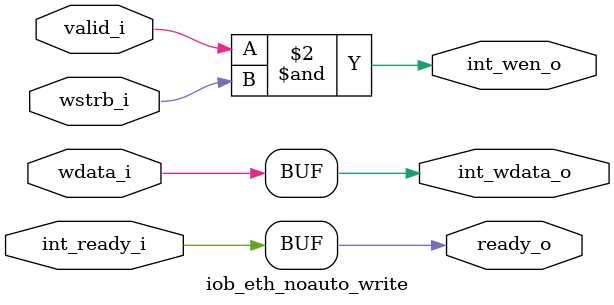
<source format=v>
`timescale 1ns / 1ps

module iob_eth_noauto_write #(
   parameter DATA_W  = 1
) (
   // CSR interface
   input               valid_i,
   input  [DATA_W-1:0] wdata_i,
   input               wstrb_i,
   output              ready_o,
   // internal core interface
   output              int_wen_o,
   output [DATA_W-1:0] int_wdata_o,
   input               int_ready_i
);

   // CSR outputs
   assign ready_o = int_ready_i;

   // internal core outputs
   assign int_wen_o = valid_i & (|wstrb_i);
   assign int_wdata_o = wdata_i;

endmodule

</source>
